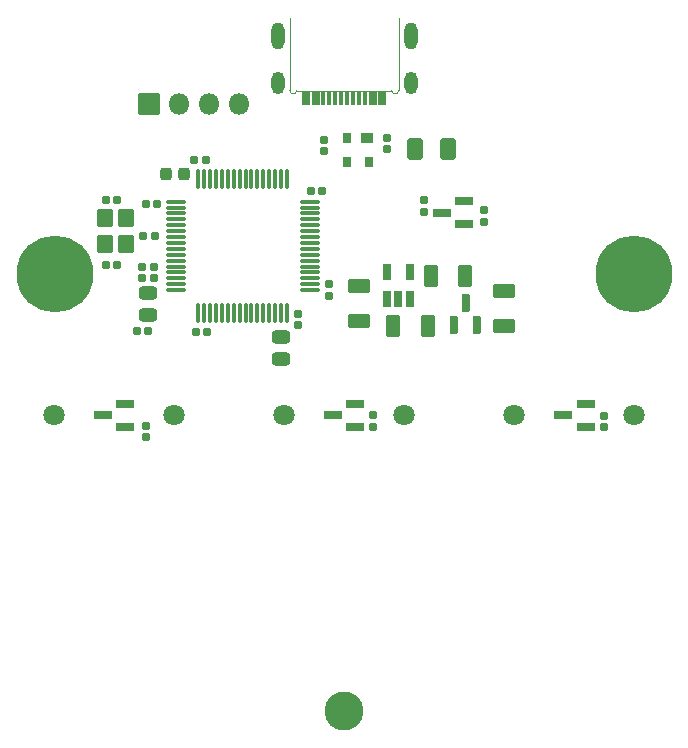
<source format=gbr>
%TF.GenerationSoftware,KiCad,Pcbnew,(7.0.0-0)*%
%TF.CreationDate,2023-04-23T01:58:13-05:00*%
%TF.ProjectId,RP2040_minimal,52503230-3430-45f6-9d69-6e696d616c2e,REV1*%
%TF.SameCoordinates,Original*%
%TF.FileFunction,Soldermask,Top*%
%TF.FilePolarity,Negative*%
%FSLAX46Y46*%
G04 Gerber Fmt 4.6, Leading zero omitted, Abs format (unit mm)*
G04 Created by KiCad (PCBNEW (7.0.0-0)) date 2023-04-23 01:58:13*
%MOMM*%
%LPD*%
G01*
G04 APERTURE LIST*
G04 Aperture macros list*
%AMRoundRect*
0 Rectangle with rounded corners*
0 $1 Rounding radius*
0 $2 $3 $4 $5 $6 $7 $8 $9 X,Y pos of 4 corners*
0 Add a 4 corners polygon primitive as box body*
4,1,4,$2,$3,$4,$5,$6,$7,$8,$9,$2,$3,0*
0 Add four circle primitives for the rounded corners*
1,1,$1+$1,$2,$3*
1,1,$1+$1,$4,$5*
1,1,$1+$1,$6,$7*
1,1,$1+$1,$8,$9*
0 Add four rect primitives between the rounded corners*
20,1,$1+$1,$2,$3,$4,$5,0*
20,1,$1+$1,$4,$5,$6,$7,0*
20,1,$1+$1,$6,$7,$8,$9,0*
20,1,$1+$1,$8,$9,$2,$3,0*%
G04 Aperture macros list end*
%TA.AperFunction,Profile*%
%ADD10C,0.120000*%
%TD*%
%ADD11RoundRect,0.301000X0.475000X-0.250000X0.475000X0.250000X-0.475000X0.250000X-0.475000X-0.250000X0*%
%ADD12RoundRect,0.276000X0.225000X0.250000X-0.225000X0.250000X-0.225000X-0.250000X0.225000X-0.250000X0*%
%ADD13RoundRect,0.191000X0.140000X0.170000X-0.140000X0.170000X-0.140000X-0.170000X0.140000X-0.170000X0*%
%ADD14RoundRect,0.186000X-0.185000X0.135000X-0.185000X-0.135000X0.185000X-0.135000X0.185000X0.135000X0*%
%ADD15RoundRect,0.051000X0.300000X0.575000X-0.300000X0.575000X-0.300000X-0.575000X0.300000X-0.575000X0*%
%ADD16RoundRect,0.051000X0.150000X0.575000X-0.150000X0.575000X-0.150000X-0.575000X0.150000X-0.575000X0*%
%ADD17O,1.102000X1.902000*%
%ADD18O,1.102000X2.302000*%
%ADD19RoundRect,0.201000X0.587500X0.150000X-0.587500X0.150000X-0.587500X-0.150000X0.587500X-0.150000X0*%
%ADD20RoundRect,0.201000X0.150000X-0.587500X0.150000X0.587500X-0.150000X0.587500X-0.150000X-0.587500X0*%
%ADD21RoundRect,0.051000X-0.600000X0.700000X-0.600000X-0.700000X0.600000X-0.700000X0.600000X0.700000X0*%
%ADD22RoundRect,0.050000X0.500000X0.350000X-0.500000X0.350000X-0.500000X-0.350000X0.500000X-0.350000X0*%
%ADD23RoundRect,0.050000X0.300000X0.350000X-0.300000X0.350000X-0.300000X-0.350000X0.300000X-0.350000X0*%
%ADD24RoundRect,0.301000X-0.325000X-0.650000X0.325000X-0.650000X0.325000X0.650000X-0.325000X0.650000X0*%
%ADD25RoundRect,0.191000X-0.170000X0.140000X-0.170000X-0.140000X0.170000X-0.140000X0.170000X0.140000X0*%
%ADD26RoundRect,0.301000X0.325000X0.650000X-0.325000X0.650000X-0.325000X-0.650000X0.325000X-0.650000X0*%
%ADD27RoundRect,0.191000X0.170000X-0.140000X0.170000X0.140000X-0.170000X0.140000X-0.170000X-0.140000X0*%
%ADD28RoundRect,0.301000X-0.650000X0.325000X-0.650000X-0.325000X0.650000X-0.325000X0.650000X0.325000X0*%
%ADD29RoundRect,0.191000X-0.140000X-0.170000X0.140000X-0.170000X0.140000X0.170000X-0.140000X0.170000X0*%
%ADD30RoundRect,0.186000X0.135000X0.185000X-0.135000X0.185000X-0.135000X-0.185000X0.135000X-0.185000X0*%
%ADD31RoundRect,0.186000X0.185000X-0.135000X0.185000X0.135000X-0.185000X0.135000X-0.185000X-0.135000X0*%
%ADD32RoundRect,0.301000X0.650000X-0.325000X0.650000X0.325000X-0.650000X0.325000X-0.650000X-0.325000X0*%
%ADD33RoundRect,0.126000X-0.700000X-0.075000X0.700000X-0.075000X0.700000X0.075000X-0.700000X0.075000X0*%
%ADD34RoundRect,0.126000X-0.075000X-0.700000X0.075000X-0.700000X0.075000X0.700000X-0.075000X0.700000X0*%
%ADD35RoundRect,0.051000X0.850000X-0.850000X0.850000X0.850000X-0.850000X0.850000X-0.850000X-0.850000X0*%
%ADD36O,1.802000X1.802000*%
%ADD37RoundRect,0.301000X-0.375000X-0.625000X0.375000X-0.625000X0.375000X0.625000X-0.375000X0.625000X0*%
%ADD38RoundRect,0.301000X-0.475000X0.250000X-0.475000X-0.250000X0.475000X-0.250000X0.475000X0.250000X0*%
%ADD39RoundRect,0.201000X0.150000X-0.512500X0.150000X0.512500X-0.150000X0.512500X-0.150000X-0.512500X0*%
%ADD40C,3.302000*%
%ADD41C,1.802000*%
%ADD42C,6.502000*%
G04 APERTURE END LIST*
D10*
%TO.C,P1*%
X4620000Y27520000D02*
X4625000Y33620000D01*
X4025000Y27495000D02*
X-4025000Y27495000D01*
X-4620000Y27520000D02*
X-4625000Y33620000D01*
X4025000Y27495000D02*
G75*
G03*
X4620000Y27520000I297500J12500D01*
G01*
X-4620000Y27520000D02*
G75*
G03*
X-4025000Y27495000I297500J-12500D01*
G01*
%TD*%
D11*
%TO.C,FB1*%
X-16630000Y8460000D03*
X-16630000Y10360000D03*
%TD*%
D12*
%TO.C,C1*%
X-13575000Y20400000D03*
X-15125000Y20400000D03*
%TD*%
D13*
%TO.C,C12*%
X-16570000Y7175000D03*
X-17530000Y7175000D03*
%TD*%
D14*
%TO.C,R6*%
X11877500Y17395000D03*
X11877500Y16375000D03*
%TD*%
D15*
%TO.C,P1*%
X3200000Y26895000D03*
X2400000Y26895000D03*
D16*
X1250000Y26895000D03*
X250000Y26895000D03*
X-250000Y26895000D03*
X-1250000Y26895000D03*
D15*
X-2400000Y26895000D03*
X-3200000Y26895000D03*
X-3200000Y26895000D03*
X-2400000Y26895000D03*
D16*
X-1750000Y26895000D03*
X-750000Y26895000D03*
X750000Y26895000D03*
X1750000Y26895000D03*
D15*
X2400000Y26895000D03*
X3200000Y26895000D03*
D17*
X5619999Y28119999D03*
D18*
X5619999Y32119999D03*
D17*
X-5619999Y28119999D03*
D18*
X-5619999Y32119999D03*
%TD*%
D13*
%TO.C,C5*%
X-11580000Y7040000D03*
X-12540000Y7040000D03*
%TD*%
D19*
%TO.C,U5*%
X20437500Y-950000D03*
X20437500Y950000D03*
X18562500Y0D03*
%TD*%
D20*
%TO.C,U1*%
X9325000Y7612500D03*
X11225000Y7612500D03*
X10275000Y9487500D03*
%TD*%
D21*
%TO.C,Y1*%
X-20210000Y16680000D03*
X-20210000Y14480000D03*
X-18510000Y14480000D03*
X-18510000Y16680000D03*
%TD*%
D22*
%TO.C,U3*%
X1910000Y23480000D03*
D23*
X210000Y23480000D03*
X210000Y21480000D03*
X2110000Y21480000D03*
%TD*%
D24*
%TO.C,C9*%
X4165000Y7587500D03*
X7115000Y7587500D03*
%TD*%
D13*
%TO.C,C2*%
X-15810000Y17900000D03*
X-16770000Y17900000D03*
%TD*%
D25*
%TO.C,R1*%
X3602500Y23480000D03*
X3602500Y22520000D03*
%TD*%
D26*
%TO.C,C7*%
X10260000Y11777500D03*
X7310000Y11777500D03*
%TD*%
D27*
%TO.C,C15*%
X-16820000Y-1860000D03*
X-16820000Y-900000D03*
%TD*%
%TO.C,C14*%
X-16070000Y11610000D03*
X-16070000Y12570000D03*
%TD*%
D28*
%TO.C,C10*%
X1247813Y10981187D03*
X1247813Y8031187D03*
%TD*%
D29*
%TO.C,C3*%
X-12675000Y21630000D03*
X-11715000Y21630000D03*
%TD*%
D30*
%TO.C,R3*%
X-16020000Y15230000D03*
X-17040000Y15230000D03*
%TD*%
D31*
%TO.C,R7*%
X6750000Y17190000D03*
X6750000Y18210000D03*
%TD*%
D19*
%TO.C,U4*%
X937500Y-950000D03*
X937500Y950000D03*
X-937500Y0D03*
%TD*%
D29*
%TO.C,C6*%
X-2850000Y19020000D03*
X-1890000Y19020000D03*
%TD*%
D25*
%TO.C,C17*%
X2450000Y10000D03*
X2450000Y-950000D03*
%TD*%
D32*
%TO.C,C8*%
X13570000Y7575000D03*
X13570000Y10525000D03*
%TD*%
D19*
%TO.C,U6*%
X-18562500Y-950000D03*
X-18562500Y950000D03*
X-20437500Y0D03*
%TD*%
D25*
%TO.C,R2*%
X-1680000Y23340000D03*
X-1680000Y22380000D03*
%TD*%
D31*
%TO.C,R5*%
X-1250000Y10130000D03*
X-1250000Y11150000D03*
%TD*%
D27*
%TO.C,C13*%
X-17150000Y11620000D03*
X-17150000Y12580000D03*
%TD*%
D25*
%TO.C,C16*%
X21970000Y-50000D03*
X21970000Y-1010000D03*
%TD*%
D13*
%TO.C,C19*%
X-19192272Y12721742D03*
X-20152272Y12721742D03*
%TD*%
D25*
%TO.C,C4*%
X-3890000Y8591041D03*
X-3890000Y7631041D03*
%TD*%
D19*
%TO.C,Q1*%
X10175000Y16225000D03*
X10175000Y18125000D03*
X8300000Y17175000D03*
%TD*%
D29*
%TO.C,C18*%
X-20157272Y18201742D03*
X-19197272Y18201742D03*
%TD*%
D33*
%TO.C,U7*%
X-14275000Y18100000D03*
X-14275000Y17600000D03*
X-14275000Y17100000D03*
X-14275000Y16600000D03*
X-14275000Y16100000D03*
X-14275000Y15600000D03*
X-14275000Y15100000D03*
X-14275000Y14600000D03*
X-14275000Y14100000D03*
X-14275000Y13600000D03*
X-14275000Y13100000D03*
X-14275000Y12600000D03*
X-14275000Y12100000D03*
X-14275000Y11600000D03*
X-14275000Y11100000D03*
X-14275000Y10600000D03*
D34*
X-12350000Y8675000D03*
X-11850000Y8675000D03*
X-11350000Y8675000D03*
X-10850000Y8675000D03*
X-10350000Y8675000D03*
X-9850000Y8675000D03*
X-9350000Y8675000D03*
X-8850000Y8675000D03*
X-8350000Y8675000D03*
X-7850000Y8675000D03*
X-7350000Y8675000D03*
X-6850000Y8675000D03*
X-6350000Y8675000D03*
X-5850000Y8675000D03*
X-5350000Y8675000D03*
X-4850000Y8675000D03*
D33*
X-2925000Y10600000D03*
X-2925000Y11100000D03*
X-2925000Y11600000D03*
X-2925000Y12100000D03*
X-2925000Y12600000D03*
X-2925000Y13100000D03*
X-2925000Y13600000D03*
X-2925000Y14100000D03*
X-2925000Y14600000D03*
X-2925000Y15100000D03*
X-2925000Y15600000D03*
X-2925000Y16100000D03*
X-2925000Y16600000D03*
X-2925000Y17100000D03*
X-2925000Y17600000D03*
X-2925000Y18100000D03*
D34*
X-4850000Y20025000D03*
X-5350000Y20025000D03*
X-5850000Y20025000D03*
X-6350000Y20025000D03*
X-6850000Y20025000D03*
X-7350000Y20025000D03*
X-7850000Y20025000D03*
X-8350000Y20025000D03*
X-8850000Y20025000D03*
X-9350000Y20025000D03*
X-9850000Y20025000D03*
X-10350000Y20025000D03*
X-10850000Y20025000D03*
X-11350000Y20025000D03*
X-11850000Y20025000D03*
X-12350000Y20025000D03*
%TD*%
D35*
%TO.C,J1*%
X-16530000Y26350000D03*
D36*
X-13989999Y26349999D03*
X-11449999Y26349999D03*
X-8909999Y26349999D03*
%TD*%
D37*
%TO.C,F1*%
X6020000Y22520000D03*
X8820000Y22520000D03*
%TD*%
D38*
%TO.C,C20*%
X-5390000Y6660000D03*
X-5390000Y4760000D03*
%TD*%
D39*
%TO.C,U2*%
X3650000Y9832500D03*
X4600000Y9832500D03*
X5550000Y9832500D03*
X5550000Y12107500D03*
X3650000Y12107500D03*
%TD*%
D40*
%TO.C,H3*%
X0Y-25000000D03*
%TD*%
D41*
%TO.C,REF\u002A\u002A*%
X24580000Y0D03*
X14420000Y0D03*
%TD*%
%TO.C,REF\u002A\u002A*%
X5080000Y0D03*
X-5080000Y0D03*
%TD*%
D42*
%TO.C,H2*%
X-24500000Y12000000D03*
%TD*%
%TO.C,H1*%
X24500000Y12000000D03*
%TD*%
D41*
%TO.C,REF\u002A\u002A*%
X-14420000Y0D03*
X-24580000Y0D03*
%TD*%
M02*

</source>
